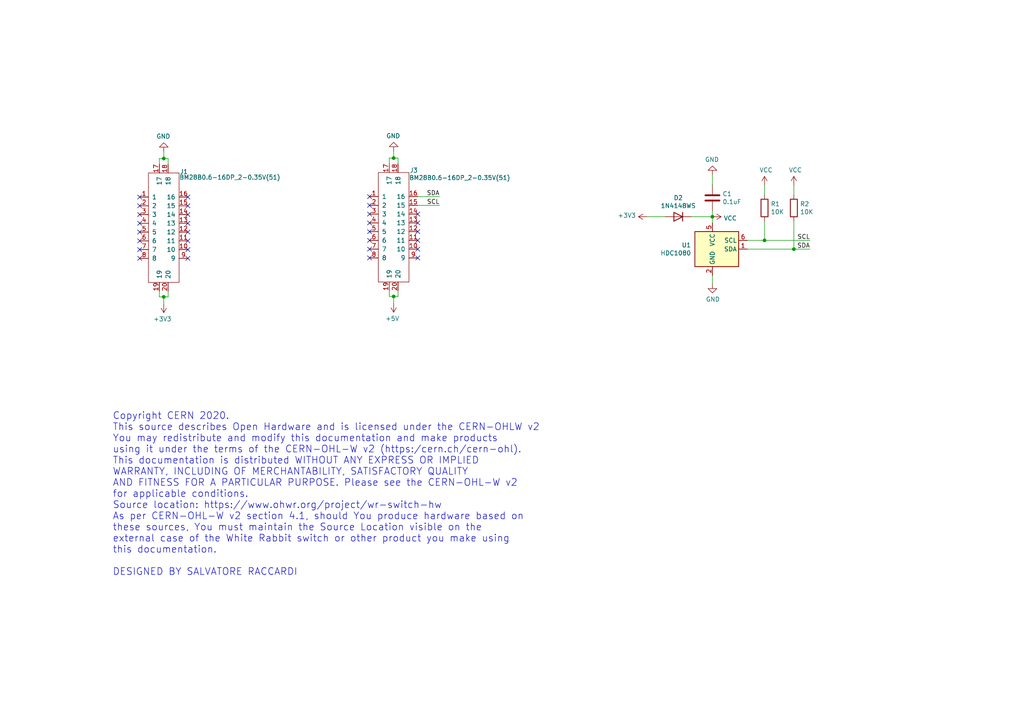
<source format=kicad_sch>
(kicad_sch (version 20211123) (generator eeschema)
  (paper "A4")
  (title_block (title "M0 HDC1080 for OBJEX Link") (date "2021-05-13") (rev "1.5") (company "OBJEX") (comment 1 "Designer: Salvatore Raccardi"))
  (lib_symbols
    (symbol "Device:C" (pin_numbers hide) (pin_names (offset 0.254))
      (property "Reference" "C" (at 0.635 2.54 0))
      (property "Value" "C" (at 0.635 -2.54 0))
      (symbol "C_0_1"
        (polyline (pts (xy -2.032 -0.762) (xy 2.032 -0.762)) (stroke (width 0.508)))
        (polyline (pts (xy -2.032 0.762) (xy 2.032 0.762)) (stroke (width 0.508)))
      )
      (symbol "C_1_1"
        (pin passive line (at 0 3.81 270) (length 2.794) (name "~") (number "1"))
        (pin passive line (at 0 -3.81 90) (length 2.794) (name "~") (number "2"))
      )
    )
    (symbol "Device:D" (pin_numbers hide) (pin_names (offset 1.016) hide)
      (property "Reference" "D" (at 0 2.54 0))
      (property "Value" "D" (at 0 -2.54 0))
      (symbol "D_0_1"
        (polyline (pts (xy -1.27 1.27) (xy -1.27 -1.27)) (stroke (width 0.254)))
        (polyline (pts (xy 1.27 0) (xy -1.27 0)))
        (polyline (pts (xy 1.27 1.27) (xy 1.27 -1.27) (xy -1.27 0) (xy 1.27 1.27)) (stroke (width 0.254)))
      )
      (symbol "D_1_1"
        (pin passive line (at -3.81 0 0) (length 2.54) (name "K") (number "1"))
        (pin passive line (at 3.81 0 180) (length 2.54) (name "A") (number "2"))
      )
    )
    (symbol "Device:R" (pin_numbers hide) (pin_names (offset 0))
      (property "Reference" "R" (at 2.032 0 90))
      (property "Value" "R" (at 0 0 90))
      (symbol "R_0_1"
        (rectangle (start -1.016 -2.54) (end 1.016 2.54) (stroke (width 0.254)))
      )
      (symbol "R_1_1"
        (pin passive line (at 0 3.81 270) (length 1.27) (name "~") (number "1"))
        (pin passive line (at 0 -3.81 90) (length 1.27) (name "~") (number "2"))
      )
    )
    (symbol "HiroseConnectors:BM28B0.6-16DP_2-0.35V(51)" (pin_names (offset 1.016))
      (property "Reference" "J" (at 0 0 0))
      (property "Value" "HiroseConnectors_BM28B0.6-16DP_2-0.35V(51)" (at 0 0 0))
      (symbol "BM28B0.6-16DP_2-0.35V(51)_0_1"
        (rectangle (start -3.81 -12.7) (end 5.08 -44.45))
      )
      (symbol "BM28B0.6-16DP_2-0.35V(51)_1_1"
        (pin bidirectional line (at -6.35 -19.685 0) (length 2.54) (name "1") (number "1"))
        (pin bidirectional line (at 7.62 -34.925 180) (length 2.54) (name "10") (number "10"))
        (pin bidirectional line (at 7.62 -32.385 180) (length 2.54) (name "11") (number "11"))
        (pin bidirectional line (at 7.62 -29.845 180) (length 2.54) (name "12") (number "12"))
        (pin bidirectional line (at 7.62 -27.305 180) (length 2.54) (name "13") (number "13"))
        (pin bidirectional line (at 7.62 -24.765 180) (length 2.54) (name "14") (number "14"))
        (pin bidirectional line (at 7.62 -22.225 180) (length 2.54) (name "15") (number "15"))
        (pin bidirectional line (at 7.62 -19.685 180) (length 2.54) (name "16") (number "16"))
        (pin bidirectional line (at -0.635 -10.16 270) (length 2.54) (name "17") (number "17"))
        (pin bidirectional line (at 1.905 -10.16 270) (length 2.54) (name "18") (number "18"))
        (pin bidirectional line (at -0.635 -46.99 90) (length 2.54) (name "19") (number "19"))
        (pin bidirectional line (at -6.35 -22.225 0) (length 2.54) (name "2") (number "2"))
        (pin bidirectional line (at 1.905 -46.99 90) (length 2.54) (name "20") (number "20"))
        (pin bidirectional line (at -6.35 -24.765 0) (length 2.54) (name "3") (number "3"))
        (pin bidirectional line (at -6.35 -27.305 0) (length 2.54) (name "4") (number "4"))
        (pin bidirectional line (at -6.35 -29.845 0) (length 2.54) (name "5") (number "5"))
        (pin bidirectional line (at -6.35 -32.385 0) (length 2.54) (name "6") (number "6"))
        (pin bidirectional line (at -6.35 -34.925 0) (length 2.54) (name "7") (number "7"))
        (pin bidirectional line (at -6.35 -37.465 0) (length 2.54) (name "8") (number "8"))
        (pin bidirectional line (at 7.62 -37.465 180) (length 2.54) (name "9") (number "9"))
      )
    )
    (symbol "Sensor_Humidity:HDC1080"
      (property "Reference" "U" (at -6.35 6.35 0))
      (property "Value" "HDC1080" (at 3.81 6.35 0))
      (symbol "HDC1080_0_1"
        (rectangle (start -7.62 5.08) (end 5.08 -5.08) (stroke (width 0.254)) (fill (type background)))
      )
      (symbol "HDC1080_1_1"
        (pin bidirectional line (at 7.62 0 180) (length 2.54) (name "SDA") (number "1"))
        (pin power_in line (at -2.54 -7.62 90) (length 2.54) (name "GND") (number "2"))
        (pin no_connect line (at -7.62 0 0) (length 2.54) hide (name "NC") (number "3"))
        (pin no_connect line (at -7.62 -2.54 0) (length 2.54) hide (name "NC") (number "4"))
        (pin power_in line (at -2.54 7.62 270) (length 2.54) (name "VCC") (number "5"))
        (pin input line (at 7.62 2.54 180) (length 2.54) (name "SCL") (number "6"))
        (pin no_connect line (at -7.62 2.54 0) (length 2.54) hide (name "DAP") (number "7"))
      )
    )
    (symbol "power:+3V3" (power) (pin_names (offset 0))
      (property "Value" "+3V3" (at 0 3.556 0))
      (symbol "+3V3_0_1"
        (polyline (pts (xy -0.762 1.27) (xy 0 2.54)))
        (polyline (pts (xy 0 0) (xy 0 2.54)))
        (polyline (pts (xy 0 2.54) (xy 0.762 1.27)))
      )
      (symbol "+3V3_1_1"
        (pin power_in line (at 0 0 90) (length 0) hide (name "+3V3") (number "1"))
      )
    )
    (symbol "power:+5V" (power) (pin_names (offset 0))
      (property "Value" "+5V" (at 0 3.556 0))
      (symbol "+5V_0_1"
        (polyline (pts (xy -0.762 1.27) (xy 0 2.54)))
        (polyline (pts (xy 0 0) (xy 0 2.54)))
        (polyline (pts (xy 0 2.54) (xy 0.762 1.27)))
      )
      (symbol "+5V_1_1"
        (pin power_in line (at 0 0 90) (length 0) hide (name "+5V") (number "1"))
      )
    )
    (symbol "power:GND" (power) (pin_names (offset 0))
      (property "Value" "GND" (at 0 -3.81 0))
      (symbol "GND_0_1"
        (polyline (pts (xy 0 0) (xy 0 -1.27) (xy 1.27 -1.27) (xy 0 -2.54) (xy -1.27 -1.27) (xy 0 -1.27)))
      )
      (symbol "GND_1_1"
        (pin power_in line (at 0 0 270) (length 0) hide (name "GND") (number "1"))
      )
    )
    (symbol "power:VCC" (power) (pin_names (offset 0))
      (property "Value" "VCC" (at 0 3.81 0))
      (symbol "VCC_0_1"
        (polyline (pts (xy -0.762 1.27) (xy 0 2.54)))
        (polyline (pts (xy 0 0) (xy 0 2.54)))
        (polyline (pts (xy 0 2.54) (xy 0.762 1.27)))
      )
      (symbol "VCC_1_1"
        (pin power_in line (at 0 0 90) (length 0) hide (name "VCC") (number "1"))
      )
    )
  )
  (junction (at 47.498 86.106))
  (junction (at 47.498 45.974))
  (junction (at 206.629 62.865))
  (junction (at 230.251 72.263))
  (junction (at 114.173 85.979))
  (junction (at 114.173 45.847))
  (junction (at 221.742 69.723))
  (no_connect (at 40.513 64.77))
  (no_connect (at 107.188 72.263))
  (no_connect (at 54.483 69.85))
  (no_connect (at 54.483 62.23))
  (no_connect (at 107.188 74.803))
  (no_connect (at 107.188 62.103))
  (no_connect (at 54.483 64.77))
  (no_connect (at 121.158 62.103))
  (no_connect (at 121.158 64.643))
  (no_connect (at 107.188 59.563))
  (no_connect (at 121.158 67.183))
  (no_connect (at 107.188 64.643))
  (no_connect (at 54.483 59.69))
  (no_connect (at 54.483 72.39))
  (no_connect (at 54.483 67.31))
  (no_connect (at 40.513 62.23))
  (no_connect (at 107.188 57.023))
  (no_connect (at 40.513 59.69))
  (no_connect (at 54.483 74.93))
  (no_connect (at 40.513 57.15))
  (no_connect (at 107.188 67.183))
  (no_connect (at 54.483 57.15))
  (no_connect (at 121.158 74.803))
  (no_connect (at 121.158 69.723))
  (no_connect (at 121.158 72.263))
  (no_connect (at 40.513 67.31))
  (no_connect (at 40.513 69.85))
  (no_connect (at 107.188 69.723))
  (no_connect (at 40.513 74.93))
  (no_connect (at 40.513 72.39))
  (wire (pts (xy 46.228 45.974) (xy 47.498 45.974)))
  (wire (pts (xy 112.903 85.979) (xy 112.903 84.328)))
  (wire (pts (xy 46.228 86.106) (xy 46.228 84.455)))
  (wire (pts (xy 127.508 59.563) (xy 121.158 59.563)))
  (wire (pts (xy 114.173 85.979) (xy 112.903 85.979)))
  (wire (pts (xy 112.903 45.847) (xy 114.173 45.847)))
  (wire (pts (xy 47.498 45.974) (xy 48.768 45.974)))
  (wire (pts (xy 230.251 56.515) (xy 230.251 53.721)))
  (wire (pts (xy 47.498 86.106) (xy 47.498 88.138)))
  (wire (pts (xy 206.629 53.594) (xy 206.629 50.673)))
  (wire (pts (xy 206.629 62.865) (xy 200.533 62.865)))
  (wire (pts (xy 206.629 64.643) (xy 206.629 62.865)))
  (wire (pts (xy 221.742 56.515) (xy 221.742 53.721)))
  (wire (pts (xy 114.173 45.847) (xy 114.173 43.815)))
  (wire (pts (xy 48.768 86.106) (xy 47.498 86.106)))
  (wire (pts (xy 221.742 69.723) (xy 234.95 69.723)))
  (wire (pts (xy 47.498 45.974) (xy 47.498 43.942)))
  (wire (pts (xy 115.443 85.979) (xy 114.173 85.979)))
  (wire (pts (xy 48.768 45.974) (xy 48.768 47.625)))
  (wire (pts (xy 206.629 79.883) (xy 206.629 82.423)))
  (wire (pts (xy 48.768 84.455) (xy 48.768 86.106)))
  (wire (pts (xy 112.903 47.498) (xy 112.903 45.847)))
  (wire (pts (xy 115.443 45.847) (xy 115.443 47.498)))
  (wire (pts (xy 230.251 72.263) (xy 234.95 72.263)))
  (wire (pts (xy 216.789 69.723) (xy 221.742 69.723)))
  (wire (pts (xy 216.789 72.263) (xy 230.251 72.263)))
  (wire (pts (xy 115.443 84.328) (xy 115.443 85.979)))
  (wire (pts (xy 192.913 62.865) (xy 187.706 62.865)))
  (wire (pts (xy 221.742 69.723) (xy 221.742 64.135)))
  (wire (pts (xy 46.228 47.625) (xy 46.228 45.974)))
  (wire (pts (xy 230.251 64.135) (xy 230.251 72.263)))
  (wire (pts (xy 114.173 45.847) (xy 115.443 45.847)))
  (wire (pts (xy 114.173 85.979) (xy 114.173 88.011)))
  (wire (pts (xy 47.498 86.106) (xy 46.228 86.106)))
  (wire (pts (xy 206.629 62.865) (xy 206.629 61.214)))
  (wire (pts (xy 127.508 57.023) (xy 121.158 57.023)))
  (text "Copyright CERN 2020.\nThis source describes Open Hardware and is licensed under the CERN-OHLW v2\nYou may redistribute and modify this documentation and make products\nusing it under the terms of the CERN-OHL-W v2 (https:/cern.ch/cern-ohl).\nThis documentation is distributed WITHOUT ANY EXPRESS OR IMPLIED\nWARRANTY, INCLUDING OF MERCHANTABILITY, SATISFACTORY QUALITY\nAND FITNESS FOR A PARTICULAR PURPOSE. Please see the CERN-OHL-W v2\nfor applicable conditions.\nSource location: https://www.ohwr.org/project/wr-switch-hw\nAs per CERN-OHL-W v2 section 4.1, should You produce hardware based on\nthese sources, You must maintain the Source Location visible on the\nexternal case of the White Rabbit switch or other product you make using\nthis documentation.\n\nDESIGNED BY SALVATORE RACCARDI" (at 32.639 167.132 0) (effects (font (size 2.0066 2.0066)) (justify left bottom)))
  (label "SDA" (at 234.95 72.263 180))
  (label "SCL" (at 234.95 69.723 180))
  (label "SDA" (at 127.508 57.023 180))
  (label "SCL" (at 127.508 59.563 180))
  (symbol (lib_id "HiroseConnectors:BM28B0.6-16DP_2-0.35V(51)") (at 46.863 37.465 0) (unit 1)
    (property "Reference" "J1" (at 53.34 49.784 0))
    (property "Value" "BM28B0.6-16DP_2-0.35V(51)" (at 66.675 51.435 0))
    (property "Footprint" "Connector_Hirose:BM28B0.6-16DP-2-0.35V(51)" (effects hide))
  )
  (symbol (lib_id "HiroseConnectors:BM28B0.6-16DP_2-0.35V(51)") (at 113.538 37.338 0) (unit 1)
    (property "Reference" "J3" (at 120.015 49.403 0))
    (property "Value" "BM28B0.6-16DP_2-0.35V(51)" (at 133.35 51.562 0))
    (property "Footprint" "Connector_Hirose:BM28B0.6-16DP-2-0.35V(51)" (effects hide))
  )
  (symbol (lib_id "power:GND") (at 47.498 43.942 180) (unit 1)
    (property "Reference" "#PWR0101" (effects hide))
    (property "Value" "GND" (at 47.371 39.5478 0))
  )
  (symbol (lib_id "power:+3V3") (at 47.498 88.138 180) (unit 1)
    (property "Reference" "#PWR0102" (effects hide))
    (property "Value" "+3V3" (at 47.117 92.5322 0))
  )
  (symbol (lib_id "power:GND") (at 114.173 43.815 180) (unit 1)
    (property "Reference" "#PWR0106" (effects hide))
    (property "Value" "GND" (at 114.046 39.4208 0))
  )
  (symbol (lib_id "power:+5V") (at 114.173 88.011 180) (unit 1)
    (property "Reference" "#PWR0107" (effects hide))
    (property "Value" "+5V" (at 113.792 92.4052 0))
  )
  (symbol (lib_id "Sensor_Humidity:HDC1080") (at 209.169 72.263 0) (unit 1)
    (property "Reference" "U1" (at 200.4568 71.0946 0) (effects (justify right)))
    (property "Value" "HDC1080" (at 200.4568 73.406 0) (effects (justify right)))
    (property "Footprint" "Package_SON:Texas_PWSON-N6" (effects hide))
    (property "Datasheet" "http://www.ti.com/lit/ds/symlink/hdc1080.pdf" (effects hide))
  )
  (symbol (lib_id "power:GND") (at 206.629 82.423 0) (unit 1)
    (property "Reference" "#PWR0103" (effects hide))
    (property "Value" "GND" (at 206.756 86.8172 0))
  )
  (symbol (lib_id "Device:C") (at 206.629 57.404 0) (unit 1)
    (property "Reference" "C1" (at 209.55 56.2356 0) (effects (justify left)))
    (property "Value" "0.1uF" (at 209.55 58.547 0) (effects (justify left)))
    (property "Footprint" "Capacitor_SMD:C_0402_1005Metric" (effects hide))
  )
  (symbol (lib_id "power:+3V3") (at 187.706 62.865 90) (unit 1)
    (property "Reference" "#PWR0104" (effects hide))
    (property "Value" "+3V3" (at 184.4548 62.484 90) (effects (justify left)))
  )
  (symbol (lib_id "power:GND") (at 206.629 50.673 180) (unit 1)
    (property "Reference" "#PWR0105" (effects hide))
    (property "Value" "GND" (at 206.502 46.2788 0))
  )
  (symbol (lib_id "Device:R") (at 221.742 60.325 0) (unit 1)
    (property "Reference" "R1" (at 223.52 59.1566 0) (effects (justify left)))
    (property "Value" "10K" (at 223.52 61.468 0) (effects (justify left)))
    (property "Footprint" "Resistor_SMD:R_0603_1608Metric" (effects hide))
  )
  (symbol (lib_id "Device:R") (at 230.251 60.325 0) (unit 1)
    (property "Reference" "R2" (at 232.029 59.1566 0) (effects (justify left)))
    (property "Value" "10K" (at 232.029 61.468 0) (effects (justify left)))
    (property "Footprint" "Resistor_SMD:R_0603_1608Metric" (effects hide))
  )
  (symbol (lib_id "Device:D") (at 196.723 62.865 180) (unit 1)
    (property "Reference" "D2" (at 196.723 57.3786 0))
    (property "Value" "1N4148WS" (at 196.723 59.69 0))
    (property "Footprint" "Diode_SMD:D_SOD-323" (effects hide))
  )
  (symbol (lib_id "power:VCC") (at 206.629 62.865 270) (unit 1)
    (property "Reference" "#PWR0108" (effects hide))
    (property "Value" "VCC" (at 209.8802 63.2968 90) (effects (justify left)))
  )
  (symbol (lib_id "power:VCC") (at 221.742 53.721 0) (unit 1)
    (property "Reference" "#PWR0109" (effects hide))
    (property "Value" "VCC" (at 222.1738 49.3268 0))
  )
  (symbol (lib_id "power:VCC") (at 230.251 53.721 0) (unit 1)
    (property "Reference" "#PWR0110" (effects hide))
    (property "Value" "VCC" (at 230.6828 49.3268 0))
  )
)
</source>
